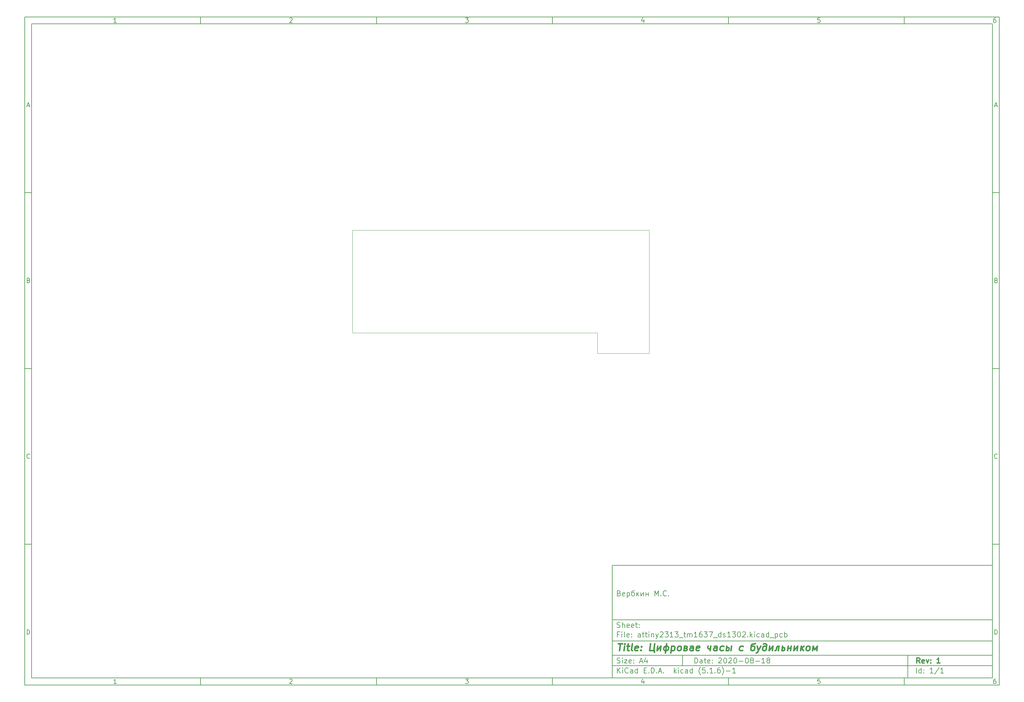
<source format=gm1>
%TF.GenerationSoftware,KiCad,Pcbnew,(5.1.6)-1*%
%TF.CreationDate,2020-08-18T16:34:13+05:00*%
%TF.ProjectId,attiny2313_tm1637_ds1302,61747469-6e79-4323-9331-335f746d3136,1*%
%TF.SameCoordinates,Original*%
%TF.FileFunction,Profile,NP*%
%FSLAX46Y46*%
G04 Gerber Fmt 4.6, Leading zero omitted, Abs format (unit mm)*
G04 Created by KiCad (PCBNEW (5.1.6)-1) date 2020-08-18 16:34:13*
%MOMM*%
%LPD*%
G01*
G04 APERTURE LIST*
%ADD10C,0.100000*%
%ADD11C,0.150000*%
%ADD12C,0.300000*%
%ADD13C,0.400000*%
%TA.AperFunction,Profile*%
%ADD14C,0.050000*%
%TD*%
%TA.AperFunction,Profile*%
%ADD15C,0.100000*%
%TD*%
G04 APERTURE END LIST*
D10*
D11*
X177002200Y-166007200D02*
X177002200Y-198007200D01*
X285002200Y-198007200D01*
X285002200Y-166007200D01*
X177002200Y-166007200D01*
D10*
D11*
X10000000Y-10000000D02*
X10000000Y-200007200D01*
X287002200Y-200007200D01*
X287002200Y-10000000D01*
X10000000Y-10000000D01*
D10*
D11*
X12000000Y-12000000D02*
X12000000Y-198007200D01*
X285002200Y-198007200D01*
X285002200Y-12000000D01*
X12000000Y-12000000D01*
D10*
D11*
X60000000Y-12000000D02*
X60000000Y-10000000D01*
D10*
D11*
X110000000Y-12000000D02*
X110000000Y-10000000D01*
D10*
D11*
X160000000Y-12000000D02*
X160000000Y-10000000D01*
D10*
D11*
X210000000Y-12000000D02*
X210000000Y-10000000D01*
D10*
D11*
X260000000Y-12000000D02*
X260000000Y-10000000D01*
D10*
D11*
X36065476Y-11588095D02*
X35322619Y-11588095D01*
X35694047Y-11588095D02*
X35694047Y-10288095D01*
X35570238Y-10473809D01*
X35446428Y-10597619D01*
X35322619Y-10659523D01*
D10*
D11*
X85322619Y-10411904D02*
X85384523Y-10350000D01*
X85508333Y-10288095D01*
X85817857Y-10288095D01*
X85941666Y-10350000D01*
X86003571Y-10411904D01*
X86065476Y-10535714D01*
X86065476Y-10659523D01*
X86003571Y-10845238D01*
X85260714Y-11588095D01*
X86065476Y-11588095D01*
D10*
D11*
X135260714Y-10288095D02*
X136065476Y-10288095D01*
X135632142Y-10783333D01*
X135817857Y-10783333D01*
X135941666Y-10845238D01*
X136003571Y-10907142D01*
X136065476Y-11030952D01*
X136065476Y-11340476D01*
X136003571Y-11464285D01*
X135941666Y-11526190D01*
X135817857Y-11588095D01*
X135446428Y-11588095D01*
X135322619Y-11526190D01*
X135260714Y-11464285D01*
D10*
D11*
X185941666Y-10721428D02*
X185941666Y-11588095D01*
X185632142Y-10226190D02*
X185322619Y-11154761D01*
X186127380Y-11154761D01*
D10*
D11*
X236003571Y-10288095D02*
X235384523Y-10288095D01*
X235322619Y-10907142D01*
X235384523Y-10845238D01*
X235508333Y-10783333D01*
X235817857Y-10783333D01*
X235941666Y-10845238D01*
X236003571Y-10907142D01*
X236065476Y-11030952D01*
X236065476Y-11340476D01*
X236003571Y-11464285D01*
X235941666Y-11526190D01*
X235817857Y-11588095D01*
X235508333Y-11588095D01*
X235384523Y-11526190D01*
X235322619Y-11464285D01*
D10*
D11*
X285941666Y-10288095D02*
X285694047Y-10288095D01*
X285570238Y-10350000D01*
X285508333Y-10411904D01*
X285384523Y-10597619D01*
X285322619Y-10845238D01*
X285322619Y-11340476D01*
X285384523Y-11464285D01*
X285446428Y-11526190D01*
X285570238Y-11588095D01*
X285817857Y-11588095D01*
X285941666Y-11526190D01*
X286003571Y-11464285D01*
X286065476Y-11340476D01*
X286065476Y-11030952D01*
X286003571Y-10907142D01*
X285941666Y-10845238D01*
X285817857Y-10783333D01*
X285570238Y-10783333D01*
X285446428Y-10845238D01*
X285384523Y-10907142D01*
X285322619Y-11030952D01*
D10*
D11*
X60000000Y-198007200D02*
X60000000Y-200007200D01*
D10*
D11*
X110000000Y-198007200D02*
X110000000Y-200007200D01*
D10*
D11*
X160000000Y-198007200D02*
X160000000Y-200007200D01*
D10*
D11*
X210000000Y-198007200D02*
X210000000Y-200007200D01*
D10*
D11*
X260000000Y-198007200D02*
X260000000Y-200007200D01*
D10*
D11*
X36065476Y-199595295D02*
X35322619Y-199595295D01*
X35694047Y-199595295D02*
X35694047Y-198295295D01*
X35570238Y-198481009D01*
X35446428Y-198604819D01*
X35322619Y-198666723D01*
D10*
D11*
X85322619Y-198419104D02*
X85384523Y-198357200D01*
X85508333Y-198295295D01*
X85817857Y-198295295D01*
X85941666Y-198357200D01*
X86003571Y-198419104D01*
X86065476Y-198542914D01*
X86065476Y-198666723D01*
X86003571Y-198852438D01*
X85260714Y-199595295D01*
X86065476Y-199595295D01*
D10*
D11*
X135260714Y-198295295D02*
X136065476Y-198295295D01*
X135632142Y-198790533D01*
X135817857Y-198790533D01*
X135941666Y-198852438D01*
X136003571Y-198914342D01*
X136065476Y-199038152D01*
X136065476Y-199347676D01*
X136003571Y-199471485D01*
X135941666Y-199533390D01*
X135817857Y-199595295D01*
X135446428Y-199595295D01*
X135322619Y-199533390D01*
X135260714Y-199471485D01*
D10*
D11*
X185941666Y-198728628D02*
X185941666Y-199595295D01*
X185632142Y-198233390D02*
X185322619Y-199161961D01*
X186127380Y-199161961D01*
D10*
D11*
X236003571Y-198295295D02*
X235384523Y-198295295D01*
X235322619Y-198914342D01*
X235384523Y-198852438D01*
X235508333Y-198790533D01*
X235817857Y-198790533D01*
X235941666Y-198852438D01*
X236003571Y-198914342D01*
X236065476Y-199038152D01*
X236065476Y-199347676D01*
X236003571Y-199471485D01*
X235941666Y-199533390D01*
X235817857Y-199595295D01*
X235508333Y-199595295D01*
X235384523Y-199533390D01*
X235322619Y-199471485D01*
D10*
D11*
X285941666Y-198295295D02*
X285694047Y-198295295D01*
X285570238Y-198357200D01*
X285508333Y-198419104D01*
X285384523Y-198604819D01*
X285322619Y-198852438D01*
X285322619Y-199347676D01*
X285384523Y-199471485D01*
X285446428Y-199533390D01*
X285570238Y-199595295D01*
X285817857Y-199595295D01*
X285941666Y-199533390D01*
X286003571Y-199471485D01*
X286065476Y-199347676D01*
X286065476Y-199038152D01*
X286003571Y-198914342D01*
X285941666Y-198852438D01*
X285817857Y-198790533D01*
X285570238Y-198790533D01*
X285446428Y-198852438D01*
X285384523Y-198914342D01*
X285322619Y-199038152D01*
D10*
D11*
X10000000Y-60000000D02*
X12000000Y-60000000D01*
D10*
D11*
X10000000Y-110000000D02*
X12000000Y-110000000D01*
D10*
D11*
X10000000Y-160000000D02*
X12000000Y-160000000D01*
D10*
D11*
X10690476Y-35216666D02*
X11309523Y-35216666D01*
X10566666Y-35588095D02*
X11000000Y-34288095D01*
X11433333Y-35588095D01*
D10*
D11*
X11092857Y-84907142D02*
X11278571Y-84969047D01*
X11340476Y-85030952D01*
X11402380Y-85154761D01*
X11402380Y-85340476D01*
X11340476Y-85464285D01*
X11278571Y-85526190D01*
X11154761Y-85588095D01*
X10659523Y-85588095D01*
X10659523Y-84288095D01*
X11092857Y-84288095D01*
X11216666Y-84350000D01*
X11278571Y-84411904D01*
X11340476Y-84535714D01*
X11340476Y-84659523D01*
X11278571Y-84783333D01*
X11216666Y-84845238D01*
X11092857Y-84907142D01*
X10659523Y-84907142D01*
D10*
D11*
X11402380Y-135464285D02*
X11340476Y-135526190D01*
X11154761Y-135588095D01*
X11030952Y-135588095D01*
X10845238Y-135526190D01*
X10721428Y-135402380D01*
X10659523Y-135278571D01*
X10597619Y-135030952D01*
X10597619Y-134845238D01*
X10659523Y-134597619D01*
X10721428Y-134473809D01*
X10845238Y-134350000D01*
X11030952Y-134288095D01*
X11154761Y-134288095D01*
X11340476Y-134350000D01*
X11402380Y-134411904D01*
D10*
D11*
X10659523Y-185588095D02*
X10659523Y-184288095D01*
X10969047Y-184288095D01*
X11154761Y-184350000D01*
X11278571Y-184473809D01*
X11340476Y-184597619D01*
X11402380Y-184845238D01*
X11402380Y-185030952D01*
X11340476Y-185278571D01*
X11278571Y-185402380D01*
X11154761Y-185526190D01*
X10969047Y-185588095D01*
X10659523Y-185588095D01*
D10*
D11*
X287002200Y-60000000D02*
X285002200Y-60000000D01*
D10*
D11*
X287002200Y-110000000D02*
X285002200Y-110000000D01*
D10*
D11*
X287002200Y-160000000D02*
X285002200Y-160000000D01*
D10*
D11*
X285692676Y-35216666D02*
X286311723Y-35216666D01*
X285568866Y-35588095D02*
X286002200Y-34288095D01*
X286435533Y-35588095D01*
D10*
D11*
X286095057Y-84907142D02*
X286280771Y-84969047D01*
X286342676Y-85030952D01*
X286404580Y-85154761D01*
X286404580Y-85340476D01*
X286342676Y-85464285D01*
X286280771Y-85526190D01*
X286156961Y-85588095D01*
X285661723Y-85588095D01*
X285661723Y-84288095D01*
X286095057Y-84288095D01*
X286218866Y-84350000D01*
X286280771Y-84411904D01*
X286342676Y-84535714D01*
X286342676Y-84659523D01*
X286280771Y-84783333D01*
X286218866Y-84845238D01*
X286095057Y-84907142D01*
X285661723Y-84907142D01*
D10*
D11*
X286404580Y-135464285D02*
X286342676Y-135526190D01*
X286156961Y-135588095D01*
X286033152Y-135588095D01*
X285847438Y-135526190D01*
X285723628Y-135402380D01*
X285661723Y-135278571D01*
X285599819Y-135030952D01*
X285599819Y-134845238D01*
X285661723Y-134597619D01*
X285723628Y-134473809D01*
X285847438Y-134350000D01*
X286033152Y-134288095D01*
X286156961Y-134288095D01*
X286342676Y-134350000D01*
X286404580Y-134411904D01*
D10*
D11*
X285661723Y-185588095D02*
X285661723Y-184288095D01*
X285971247Y-184288095D01*
X286156961Y-184350000D01*
X286280771Y-184473809D01*
X286342676Y-184597619D01*
X286404580Y-184845238D01*
X286404580Y-185030952D01*
X286342676Y-185278571D01*
X286280771Y-185402380D01*
X286156961Y-185526190D01*
X285971247Y-185588095D01*
X285661723Y-185588095D01*
D10*
D11*
X200434342Y-193785771D02*
X200434342Y-192285771D01*
X200791485Y-192285771D01*
X201005771Y-192357200D01*
X201148628Y-192500057D01*
X201220057Y-192642914D01*
X201291485Y-192928628D01*
X201291485Y-193142914D01*
X201220057Y-193428628D01*
X201148628Y-193571485D01*
X201005771Y-193714342D01*
X200791485Y-193785771D01*
X200434342Y-193785771D01*
X202577200Y-193785771D02*
X202577200Y-193000057D01*
X202505771Y-192857200D01*
X202362914Y-192785771D01*
X202077200Y-192785771D01*
X201934342Y-192857200D01*
X202577200Y-193714342D02*
X202434342Y-193785771D01*
X202077200Y-193785771D01*
X201934342Y-193714342D01*
X201862914Y-193571485D01*
X201862914Y-193428628D01*
X201934342Y-193285771D01*
X202077200Y-193214342D01*
X202434342Y-193214342D01*
X202577200Y-193142914D01*
X203077200Y-192785771D02*
X203648628Y-192785771D01*
X203291485Y-192285771D02*
X203291485Y-193571485D01*
X203362914Y-193714342D01*
X203505771Y-193785771D01*
X203648628Y-193785771D01*
X204720057Y-193714342D02*
X204577200Y-193785771D01*
X204291485Y-193785771D01*
X204148628Y-193714342D01*
X204077200Y-193571485D01*
X204077200Y-193000057D01*
X204148628Y-192857200D01*
X204291485Y-192785771D01*
X204577200Y-192785771D01*
X204720057Y-192857200D01*
X204791485Y-193000057D01*
X204791485Y-193142914D01*
X204077200Y-193285771D01*
X205434342Y-193642914D02*
X205505771Y-193714342D01*
X205434342Y-193785771D01*
X205362914Y-193714342D01*
X205434342Y-193642914D01*
X205434342Y-193785771D01*
X205434342Y-192857200D02*
X205505771Y-192928628D01*
X205434342Y-193000057D01*
X205362914Y-192928628D01*
X205434342Y-192857200D01*
X205434342Y-193000057D01*
X207220057Y-192428628D02*
X207291485Y-192357200D01*
X207434342Y-192285771D01*
X207791485Y-192285771D01*
X207934342Y-192357200D01*
X208005771Y-192428628D01*
X208077200Y-192571485D01*
X208077200Y-192714342D01*
X208005771Y-192928628D01*
X207148628Y-193785771D01*
X208077200Y-193785771D01*
X209005771Y-192285771D02*
X209148628Y-192285771D01*
X209291485Y-192357200D01*
X209362914Y-192428628D01*
X209434342Y-192571485D01*
X209505771Y-192857200D01*
X209505771Y-193214342D01*
X209434342Y-193500057D01*
X209362914Y-193642914D01*
X209291485Y-193714342D01*
X209148628Y-193785771D01*
X209005771Y-193785771D01*
X208862914Y-193714342D01*
X208791485Y-193642914D01*
X208720057Y-193500057D01*
X208648628Y-193214342D01*
X208648628Y-192857200D01*
X208720057Y-192571485D01*
X208791485Y-192428628D01*
X208862914Y-192357200D01*
X209005771Y-192285771D01*
X210077200Y-192428628D02*
X210148628Y-192357200D01*
X210291485Y-192285771D01*
X210648628Y-192285771D01*
X210791485Y-192357200D01*
X210862914Y-192428628D01*
X210934342Y-192571485D01*
X210934342Y-192714342D01*
X210862914Y-192928628D01*
X210005771Y-193785771D01*
X210934342Y-193785771D01*
X211862914Y-192285771D02*
X212005771Y-192285771D01*
X212148628Y-192357200D01*
X212220057Y-192428628D01*
X212291485Y-192571485D01*
X212362914Y-192857200D01*
X212362914Y-193214342D01*
X212291485Y-193500057D01*
X212220057Y-193642914D01*
X212148628Y-193714342D01*
X212005771Y-193785771D01*
X211862914Y-193785771D01*
X211720057Y-193714342D01*
X211648628Y-193642914D01*
X211577200Y-193500057D01*
X211505771Y-193214342D01*
X211505771Y-192857200D01*
X211577200Y-192571485D01*
X211648628Y-192428628D01*
X211720057Y-192357200D01*
X211862914Y-192285771D01*
X213005771Y-193214342D02*
X214148628Y-193214342D01*
X215148628Y-192285771D02*
X215291485Y-192285771D01*
X215434342Y-192357200D01*
X215505771Y-192428628D01*
X215577200Y-192571485D01*
X215648628Y-192857200D01*
X215648628Y-193214342D01*
X215577200Y-193500057D01*
X215505771Y-193642914D01*
X215434342Y-193714342D01*
X215291485Y-193785771D01*
X215148628Y-193785771D01*
X215005771Y-193714342D01*
X214934342Y-193642914D01*
X214862914Y-193500057D01*
X214791485Y-193214342D01*
X214791485Y-192857200D01*
X214862914Y-192571485D01*
X214934342Y-192428628D01*
X215005771Y-192357200D01*
X215148628Y-192285771D01*
X216505771Y-192928628D02*
X216362914Y-192857200D01*
X216291485Y-192785771D01*
X216220057Y-192642914D01*
X216220057Y-192571485D01*
X216291485Y-192428628D01*
X216362914Y-192357200D01*
X216505771Y-192285771D01*
X216791485Y-192285771D01*
X216934342Y-192357200D01*
X217005771Y-192428628D01*
X217077200Y-192571485D01*
X217077200Y-192642914D01*
X217005771Y-192785771D01*
X216934342Y-192857200D01*
X216791485Y-192928628D01*
X216505771Y-192928628D01*
X216362914Y-193000057D01*
X216291485Y-193071485D01*
X216220057Y-193214342D01*
X216220057Y-193500057D01*
X216291485Y-193642914D01*
X216362914Y-193714342D01*
X216505771Y-193785771D01*
X216791485Y-193785771D01*
X216934342Y-193714342D01*
X217005771Y-193642914D01*
X217077200Y-193500057D01*
X217077200Y-193214342D01*
X217005771Y-193071485D01*
X216934342Y-193000057D01*
X216791485Y-192928628D01*
X217720057Y-193214342D02*
X218862914Y-193214342D01*
X220362914Y-193785771D02*
X219505771Y-193785771D01*
X219934342Y-193785771D02*
X219934342Y-192285771D01*
X219791485Y-192500057D01*
X219648628Y-192642914D01*
X219505771Y-192714342D01*
X221220057Y-192928628D02*
X221077200Y-192857200D01*
X221005771Y-192785771D01*
X220934342Y-192642914D01*
X220934342Y-192571485D01*
X221005771Y-192428628D01*
X221077200Y-192357200D01*
X221220057Y-192285771D01*
X221505771Y-192285771D01*
X221648628Y-192357200D01*
X221720057Y-192428628D01*
X221791485Y-192571485D01*
X221791485Y-192642914D01*
X221720057Y-192785771D01*
X221648628Y-192857200D01*
X221505771Y-192928628D01*
X221220057Y-192928628D01*
X221077200Y-193000057D01*
X221005771Y-193071485D01*
X220934342Y-193214342D01*
X220934342Y-193500057D01*
X221005771Y-193642914D01*
X221077200Y-193714342D01*
X221220057Y-193785771D01*
X221505771Y-193785771D01*
X221648628Y-193714342D01*
X221720057Y-193642914D01*
X221791485Y-193500057D01*
X221791485Y-193214342D01*
X221720057Y-193071485D01*
X221648628Y-193000057D01*
X221505771Y-192928628D01*
D10*
D11*
X177002200Y-194507200D02*
X285002200Y-194507200D01*
D10*
D11*
X178434342Y-196585771D02*
X178434342Y-195085771D01*
X179291485Y-196585771D02*
X178648628Y-195728628D01*
X179291485Y-195085771D02*
X178434342Y-195942914D01*
X179934342Y-196585771D02*
X179934342Y-195585771D01*
X179934342Y-195085771D02*
X179862914Y-195157200D01*
X179934342Y-195228628D01*
X180005771Y-195157200D01*
X179934342Y-195085771D01*
X179934342Y-195228628D01*
X181505771Y-196442914D02*
X181434342Y-196514342D01*
X181220057Y-196585771D01*
X181077200Y-196585771D01*
X180862914Y-196514342D01*
X180720057Y-196371485D01*
X180648628Y-196228628D01*
X180577200Y-195942914D01*
X180577200Y-195728628D01*
X180648628Y-195442914D01*
X180720057Y-195300057D01*
X180862914Y-195157200D01*
X181077200Y-195085771D01*
X181220057Y-195085771D01*
X181434342Y-195157200D01*
X181505771Y-195228628D01*
X182791485Y-196585771D02*
X182791485Y-195800057D01*
X182720057Y-195657200D01*
X182577200Y-195585771D01*
X182291485Y-195585771D01*
X182148628Y-195657200D01*
X182791485Y-196514342D02*
X182648628Y-196585771D01*
X182291485Y-196585771D01*
X182148628Y-196514342D01*
X182077200Y-196371485D01*
X182077200Y-196228628D01*
X182148628Y-196085771D01*
X182291485Y-196014342D01*
X182648628Y-196014342D01*
X182791485Y-195942914D01*
X184148628Y-196585771D02*
X184148628Y-195085771D01*
X184148628Y-196514342D02*
X184005771Y-196585771D01*
X183720057Y-196585771D01*
X183577200Y-196514342D01*
X183505771Y-196442914D01*
X183434342Y-196300057D01*
X183434342Y-195871485D01*
X183505771Y-195728628D01*
X183577200Y-195657200D01*
X183720057Y-195585771D01*
X184005771Y-195585771D01*
X184148628Y-195657200D01*
X186005771Y-195800057D02*
X186505771Y-195800057D01*
X186720057Y-196585771D02*
X186005771Y-196585771D01*
X186005771Y-195085771D01*
X186720057Y-195085771D01*
X187362914Y-196442914D02*
X187434342Y-196514342D01*
X187362914Y-196585771D01*
X187291485Y-196514342D01*
X187362914Y-196442914D01*
X187362914Y-196585771D01*
X188077200Y-196585771D02*
X188077200Y-195085771D01*
X188434342Y-195085771D01*
X188648628Y-195157200D01*
X188791485Y-195300057D01*
X188862914Y-195442914D01*
X188934342Y-195728628D01*
X188934342Y-195942914D01*
X188862914Y-196228628D01*
X188791485Y-196371485D01*
X188648628Y-196514342D01*
X188434342Y-196585771D01*
X188077200Y-196585771D01*
X189577200Y-196442914D02*
X189648628Y-196514342D01*
X189577200Y-196585771D01*
X189505771Y-196514342D01*
X189577200Y-196442914D01*
X189577200Y-196585771D01*
X190220057Y-196157200D02*
X190934342Y-196157200D01*
X190077200Y-196585771D02*
X190577200Y-195085771D01*
X191077200Y-196585771D01*
X191577200Y-196442914D02*
X191648628Y-196514342D01*
X191577200Y-196585771D01*
X191505771Y-196514342D01*
X191577200Y-196442914D01*
X191577200Y-196585771D01*
X194577200Y-196585771D02*
X194577200Y-195085771D01*
X194720057Y-196014342D02*
X195148628Y-196585771D01*
X195148628Y-195585771D02*
X194577200Y-196157200D01*
X195791485Y-196585771D02*
X195791485Y-195585771D01*
X195791485Y-195085771D02*
X195720057Y-195157200D01*
X195791485Y-195228628D01*
X195862914Y-195157200D01*
X195791485Y-195085771D01*
X195791485Y-195228628D01*
X197148628Y-196514342D02*
X197005771Y-196585771D01*
X196720057Y-196585771D01*
X196577200Y-196514342D01*
X196505771Y-196442914D01*
X196434342Y-196300057D01*
X196434342Y-195871485D01*
X196505771Y-195728628D01*
X196577200Y-195657200D01*
X196720057Y-195585771D01*
X197005771Y-195585771D01*
X197148628Y-195657200D01*
X198434342Y-196585771D02*
X198434342Y-195800057D01*
X198362914Y-195657200D01*
X198220057Y-195585771D01*
X197934342Y-195585771D01*
X197791485Y-195657200D01*
X198434342Y-196514342D02*
X198291485Y-196585771D01*
X197934342Y-196585771D01*
X197791485Y-196514342D01*
X197720057Y-196371485D01*
X197720057Y-196228628D01*
X197791485Y-196085771D01*
X197934342Y-196014342D01*
X198291485Y-196014342D01*
X198434342Y-195942914D01*
X199791485Y-196585771D02*
X199791485Y-195085771D01*
X199791485Y-196514342D02*
X199648628Y-196585771D01*
X199362914Y-196585771D01*
X199220057Y-196514342D01*
X199148628Y-196442914D01*
X199077200Y-196300057D01*
X199077200Y-195871485D01*
X199148628Y-195728628D01*
X199220057Y-195657200D01*
X199362914Y-195585771D01*
X199648628Y-195585771D01*
X199791485Y-195657200D01*
X202077200Y-197157200D02*
X202005771Y-197085771D01*
X201862914Y-196871485D01*
X201791485Y-196728628D01*
X201720057Y-196514342D01*
X201648628Y-196157200D01*
X201648628Y-195871485D01*
X201720057Y-195514342D01*
X201791485Y-195300057D01*
X201862914Y-195157200D01*
X202005771Y-194942914D01*
X202077200Y-194871485D01*
X203362914Y-195085771D02*
X202648628Y-195085771D01*
X202577200Y-195800057D01*
X202648628Y-195728628D01*
X202791485Y-195657200D01*
X203148628Y-195657200D01*
X203291485Y-195728628D01*
X203362914Y-195800057D01*
X203434342Y-195942914D01*
X203434342Y-196300057D01*
X203362914Y-196442914D01*
X203291485Y-196514342D01*
X203148628Y-196585771D01*
X202791485Y-196585771D01*
X202648628Y-196514342D01*
X202577200Y-196442914D01*
X204077200Y-196442914D02*
X204148628Y-196514342D01*
X204077200Y-196585771D01*
X204005771Y-196514342D01*
X204077200Y-196442914D01*
X204077200Y-196585771D01*
X205577200Y-196585771D02*
X204720057Y-196585771D01*
X205148628Y-196585771D02*
X205148628Y-195085771D01*
X205005771Y-195300057D01*
X204862914Y-195442914D01*
X204720057Y-195514342D01*
X206220057Y-196442914D02*
X206291485Y-196514342D01*
X206220057Y-196585771D01*
X206148628Y-196514342D01*
X206220057Y-196442914D01*
X206220057Y-196585771D01*
X207577200Y-195085771D02*
X207291485Y-195085771D01*
X207148628Y-195157200D01*
X207077200Y-195228628D01*
X206934342Y-195442914D01*
X206862914Y-195728628D01*
X206862914Y-196300057D01*
X206934342Y-196442914D01*
X207005771Y-196514342D01*
X207148628Y-196585771D01*
X207434342Y-196585771D01*
X207577200Y-196514342D01*
X207648628Y-196442914D01*
X207720057Y-196300057D01*
X207720057Y-195942914D01*
X207648628Y-195800057D01*
X207577200Y-195728628D01*
X207434342Y-195657200D01*
X207148628Y-195657200D01*
X207005771Y-195728628D01*
X206934342Y-195800057D01*
X206862914Y-195942914D01*
X208220057Y-197157200D02*
X208291485Y-197085771D01*
X208434342Y-196871485D01*
X208505771Y-196728628D01*
X208577200Y-196514342D01*
X208648628Y-196157200D01*
X208648628Y-195871485D01*
X208577200Y-195514342D01*
X208505771Y-195300057D01*
X208434342Y-195157200D01*
X208291485Y-194942914D01*
X208220057Y-194871485D01*
X209362914Y-196014342D02*
X210505771Y-196014342D01*
X212005771Y-196585771D02*
X211148628Y-196585771D01*
X211577200Y-196585771D02*
X211577200Y-195085771D01*
X211434342Y-195300057D01*
X211291485Y-195442914D01*
X211148628Y-195514342D01*
D10*
D11*
X177002200Y-191507200D02*
X285002200Y-191507200D01*
D10*
D12*
X264411485Y-193785771D02*
X263911485Y-193071485D01*
X263554342Y-193785771D02*
X263554342Y-192285771D01*
X264125771Y-192285771D01*
X264268628Y-192357200D01*
X264340057Y-192428628D01*
X264411485Y-192571485D01*
X264411485Y-192785771D01*
X264340057Y-192928628D01*
X264268628Y-193000057D01*
X264125771Y-193071485D01*
X263554342Y-193071485D01*
X265625771Y-193714342D02*
X265482914Y-193785771D01*
X265197200Y-193785771D01*
X265054342Y-193714342D01*
X264982914Y-193571485D01*
X264982914Y-193000057D01*
X265054342Y-192857200D01*
X265197200Y-192785771D01*
X265482914Y-192785771D01*
X265625771Y-192857200D01*
X265697200Y-193000057D01*
X265697200Y-193142914D01*
X264982914Y-193285771D01*
X266197200Y-192785771D02*
X266554342Y-193785771D01*
X266911485Y-192785771D01*
X267482914Y-193642914D02*
X267554342Y-193714342D01*
X267482914Y-193785771D01*
X267411485Y-193714342D01*
X267482914Y-193642914D01*
X267482914Y-193785771D01*
X267482914Y-192857200D02*
X267554342Y-192928628D01*
X267482914Y-193000057D01*
X267411485Y-192928628D01*
X267482914Y-192857200D01*
X267482914Y-193000057D01*
X270125771Y-193785771D02*
X269268628Y-193785771D01*
X269697200Y-193785771D02*
X269697200Y-192285771D01*
X269554342Y-192500057D01*
X269411485Y-192642914D01*
X269268628Y-192714342D01*
D10*
D11*
X178362914Y-193714342D02*
X178577200Y-193785771D01*
X178934342Y-193785771D01*
X179077200Y-193714342D01*
X179148628Y-193642914D01*
X179220057Y-193500057D01*
X179220057Y-193357200D01*
X179148628Y-193214342D01*
X179077200Y-193142914D01*
X178934342Y-193071485D01*
X178648628Y-193000057D01*
X178505771Y-192928628D01*
X178434342Y-192857200D01*
X178362914Y-192714342D01*
X178362914Y-192571485D01*
X178434342Y-192428628D01*
X178505771Y-192357200D01*
X178648628Y-192285771D01*
X179005771Y-192285771D01*
X179220057Y-192357200D01*
X179862914Y-193785771D02*
X179862914Y-192785771D01*
X179862914Y-192285771D02*
X179791485Y-192357200D01*
X179862914Y-192428628D01*
X179934342Y-192357200D01*
X179862914Y-192285771D01*
X179862914Y-192428628D01*
X180434342Y-192785771D02*
X181220057Y-192785771D01*
X180434342Y-193785771D01*
X181220057Y-193785771D01*
X182362914Y-193714342D02*
X182220057Y-193785771D01*
X181934342Y-193785771D01*
X181791485Y-193714342D01*
X181720057Y-193571485D01*
X181720057Y-193000057D01*
X181791485Y-192857200D01*
X181934342Y-192785771D01*
X182220057Y-192785771D01*
X182362914Y-192857200D01*
X182434342Y-193000057D01*
X182434342Y-193142914D01*
X181720057Y-193285771D01*
X183077200Y-193642914D02*
X183148628Y-193714342D01*
X183077200Y-193785771D01*
X183005771Y-193714342D01*
X183077200Y-193642914D01*
X183077200Y-193785771D01*
X183077200Y-192857200D02*
X183148628Y-192928628D01*
X183077200Y-193000057D01*
X183005771Y-192928628D01*
X183077200Y-192857200D01*
X183077200Y-193000057D01*
X184862914Y-193357200D02*
X185577200Y-193357200D01*
X184720057Y-193785771D02*
X185220057Y-192285771D01*
X185720057Y-193785771D01*
X186862914Y-192785771D02*
X186862914Y-193785771D01*
X186505771Y-192214342D02*
X186148628Y-193285771D01*
X187077200Y-193285771D01*
D10*
D11*
X263434342Y-196585771D02*
X263434342Y-195085771D01*
X264791485Y-196585771D02*
X264791485Y-195085771D01*
X264791485Y-196514342D02*
X264648628Y-196585771D01*
X264362914Y-196585771D01*
X264220057Y-196514342D01*
X264148628Y-196442914D01*
X264077200Y-196300057D01*
X264077200Y-195871485D01*
X264148628Y-195728628D01*
X264220057Y-195657200D01*
X264362914Y-195585771D01*
X264648628Y-195585771D01*
X264791485Y-195657200D01*
X265505771Y-196442914D02*
X265577200Y-196514342D01*
X265505771Y-196585771D01*
X265434342Y-196514342D01*
X265505771Y-196442914D01*
X265505771Y-196585771D01*
X265505771Y-195657200D02*
X265577200Y-195728628D01*
X265505771Y-195800057D01*
X265434342Y-195728628D01*
X265505771Y-195657200D01*
X265505771Y-195800057D01*
X268148628Y-196585771D02*
X267291485Y-196585771D01*
X267720057Y-196585771D02*
X267720057Y-195085771D01*
X267577200Y-195300057D01*
X267434342Y-195442914D01*
X267291485Y-195514342D01*
X269862914Y-195014342D02*
X268577200Y-196942914D01*
X271148628Y-196585771D02*
X270291485Y-196585771D01*
X270720057Y-196585771D02*
X270720057Y-195085771D01*
X270577200Y-195300057D01*
X270434342Y-195442914D01*
X270291485Y-195514342D01*
D10*
D11*
X177002200Y-187507200D02*
X285002200Y-187507200D01*
D10*
D13*
X178714580Y-188211961D02*
X179857438Y-188211961D01*
X179036009Y-190211961D02*
X179286009Y-188211961D01*
X180274104Y-190211961D02*
X180440771Y-188878628D01*
X180524104Y-188211961D02*
X180416961Y-188307200D01*
X180500295Y-188402438D01*
X180607438Y-188307200D01*
X180524104Y-188211961D01*
X180500295Y-188402438D01*
X181107438Y-188878628D02*
X181869342Y-188878628D01*
X181476485Y-188211961D02*
X181262200Y-189926247D01*
X181333628Y-190116723D01*
X181512200Y-190211961D01*
X181702676Y-190211961D01*
X182655057Y-190211961D02*
X182476485Y-190116723D01*
X182405057Y-189926247D01*
X182619342Y-188211961D01*
X184190771Y-190116723D02*
X183988390Y-190211961D01*
X183607438Y-190211961D01*
X183428866Y-190116723D01*
X183357438Y-189926247D01*
X183452676Y-189164342D01*
X183571723Y-188973866D01*
X183774104Y-188878628D01*
X184155057Y-188878628D01*
X184333628Y-188973866D01*
X184405057Y-189164342D01*
X184381247Y-189354819D01*
X183405057Y-189545295D01*
X185155057Y-190021485D02*
X185238390Y-190116723D01*
X185131247Y-190211961D01*
X185047914Y-190116723D01*
X185155057Y-190021485D01*
X185131247Y-190211961D01*
X185286009Y-188973866D02*
X185369342Y-189069104D01*
X185262200Y-189164342D01*
X185178866Y-189069104D01*
X185286009Y-188973866D01*
X185262200Y-189164342D01*
X189000295Y-188211961D02*
X188750295Y-190211961D01*
X187857438Y-188211961D02*
X187607438Y-190211961D01*
X188940771Y-190211961D01*
X188881247Y-190688152D01*
X189869342Y-188878628D02*
X189702676Y-190211961D01*
X190821723Y-188878628D01*
X190655057Y-190211961D01*
X192428866Y-188211961D02*
X192095533Y-190878628D01*
X192155057Y-188878628D02*
X192536009Y-188878628D01*
X192714580Y-188973866D01*
X192881247Y-189164342D01*
X192952676Y-189354819D01*
X192905057Y-189735771D01*
X192786009Y-189926247D01*
X192571723Y-190116723D01*
X192369342Y-190211961D01*
X191988390Y-190211961D01*
X191809819Y-190116723D01*
X191643152Y-189926247D01*
X191571723Y-189735771D01*
X191619342Y-189354819D01*
X191738390Y-189164342D01*
X191952676Y-188973866D01*
X192155057Y-188878628D01*
X193869342Y-188878628D02*
X193619342Y-190878628D01*
X193857438Y-188973866D02*
X194059819Y-188878628D01*
X194440771Y-188878628D01*
X194619342Y-188973866D01*
X194702676Y-189069104D01*
X194774104Y-189259580D01*
X194702676Y-189831009D01*
X194583628Y-190021485D01*
X194476485Y-190116723D01*
X194274104Y-190211961D01*
X193893152Y-190211961D01*
X193714580Y-190116723D01*
X195797914Y-190211961D02*
X195619342Y-190116723D01*
X195536009Y-190021485D01*
X195464580Y-189831009D01*
X195536009Y-189259580D01*
X195655057Y-189069104D01*
X195762200Y-188973866D01*
X195964580Y-188878628D01*
X196250295Y-188878628D01*
X196428866Y-188973866D01*
X196512200Y-189069104D01*
X196583628Y-189259580D01*
X196512200Y-189831009D01*
X196393152Y-190021485D01*
X196286009Y-190116723D01*
X196083628Y-190211961D01*
X195797914Y-190211961D01*
X197881247Y-189545295D02*
X198155057Y-189640533D01*
X198226485Y-189831009D01*
X198214580Y-189926247D01*
X198095533Y-190116723D01*
X197893152Y-190211961D01*
X197321723Y-190211961D01*
X197488390Y-188878628D01*
X197964580Y-188878628D01*
X198143152Y-188973866D01*
X198214580Y-189164342D01*
X198202676Y-189259580D01*
X198083628Y-189450057D01*
X197881247Y-189545295D01*
X197405057Y-189545295D01*
X199893152Y-190211961D02*
X200024104Y-189164342D01*
X199952676Y-188973866D01*
X199774104Y-188878628D01*
X199393152Y-188878628D01*
X199190771Y-188973866D01*
X199905057Y-190116723D02*
X199702676Y-190211961D01*
X199226485Y-190211961D01*
X199047914Y-190116723D01*
X198976485Y-189926247D01*
X199000295Y-189735771D01*
X199119342Y-189545295D01*
X199321723Y-189450057D01*
X199797914Y-189450057D01*
X200000295Y-189354819D01*
X201619342Y-190116723D02*
X201416961Y-190211961D01*
X201036009Y-190211961D01*
X200857438Y-190116723D01*
X200786009Y-189926247D01*
X200881247Y-189164342D01*
X201000295Y-188973866D01*
X201202676Y-188878628D01*
X201583628Y-188878628D01*
X201762200Y-188973866D01*
X201833628Y-189164342D01*
X201809819Y-189354819D01*
X200833628Y-189545295D01*
X204916961Y-188878628D02*
X204750295Y-190211961D01*
X204155057Y-188878628D02*
X204095533Y-189354819D01*
X204166961Y-189545295D01*
X204345533Y-189640533D01*
X204821723Y-189640533D01*
X206655057Y-190211961D02*
X206786009Y-189164342D01*
X206714580Y-188973866D01*
X206536009Y-188878628D01*
X206155057Y-188878628D01*
X205952676Y-188973866D01*
X206666961Y-190116723D02*
X206464580Y-190211961D01*
X205988390Y-190211961D01*
X205809819Y-190116723D01*
X205738390Y-189926247D01*
X205762200Y-189735771D01*
X205881247Y-189545295D01*
X206083628Y-189450057D01*
X206559819Y-189450057D01*
X206762200Y-189354819D01*
X208476485Y-190116723D02*
X208274104Y-190211961D01*
X207893152Y-190211961D01*
X207714580Y-190116723D01*
X207631247Y-190021485D01*
X207559819Y-189831009D01*
X207631247Y-189259580D01*
X207750295Y-189069104D01*
X207857438Y-188973866D01*
X208059819Y-188878628D01*
X208440771Y-188878628D01*
X208619342Y-188973866D01*
X210821723Y-188878628D02*
X210655057Y-190211961D01*
X209488390Y-188878628D02*
X209321723Y-190211961D01*
X209797914Y-190211961D01*
X210000295Y-190116723D01*
X210119342Y-189926247D01*
X210155057Y-189640533D01*
X210083628Y-189450057D01*
X209905057Y-189354819D01*
X209428866Y-189354819D01*
X214000295Y-190116723D02*
X213797914Y-190211961D01*
X213416961Y-190211961D01*
X213238390Y-190116723D01*
X213155057Y-190021485D01*
X213083628Y-189831009D01*
X213155057Y-189259580D01*
X213274104Y-189069104D01*
X213381247Y-188973866D01*
X213583628Y-188878628D01*
X213964580Y-188878628D01*
X214143152Y-188973866D01*
X217583628Y-188116723D02*
X217476485Y-188211961D01*
X217274104Y-188307200D01*
X216893152Y-188307200D01*
X216690771Y-188402438D01*
X216583628Y-188497676D01*
X216464580Y-188688152D01*
X216321723Y-189831009D01*
X216393152Y-190021485D01*
X216476485Y-190116723D01*
X216655057Y-190211961D01*
X216940771Y-190211961D01*
X217143152Y-190116723D01*
X217250295Y-190021485D01*
X217369342Y-189831009D01*
X217440771Y-189259580D01*
X217369342Y-189069104D01*
X217286009Y-188973866D01*
X217107438Y-188878628D01*
X216726485Y-188878628D01*
X216524104Y-188973866D01*
X216416961Y-189069104D01*
X218155057Y-188878628D02*
X218464580Y-190211961D01*
X219107438Y-188878628D02*
X218464580Y-190211961D01*
X218214580Y-190688152D01*
X218107438Y-190783390D01*
X217905057Y-190878628D01*
X220797914Y-189069104D02*
X220714580Y-188973866D01*
X220536009Y-188878628D01*
X220155057Y-188878628D01*
X219952676Y-188973866D01*
X219845533Y-189069104D01*
X219726485Y-189259580D01*
X219655057Y-189831009D01*
X219726485Y-190021485D01*
X219809819Y-190116723D01*
X219988390Y-190211961D01*
X220274104Y-190211961D01*
X220476485Y-190116723D01*
X220583628Y-190021485D01*
X220702676Y-189831009D01*
X220857438Y-188592914D01*
X220786009Y-188402438D01*
X220702676Y-188307200D01*
X220524104Y-188211961D01*
X220143152Y-188211961D01*
X219940771Y-188307200D01*
X221678866Y-188878628D02*
X221512200Y-190211961D01*
X222631247Y-188878628D01*
X222464580Y-190211961D01*
X224178866Y-190211961D02*
X224345533Y-188878628D01*
X224059819Y-188878628D01*
X223857438Y-188973866D01*
X223738390Y-189164342D01*
X223547914Y-189926247D01*
X223428866Y-190116723D01*
X223226485Y-190211961D01*
X225297914Y-188878628D02*
X225131247Y-190211961D01*
X225607438Y-190211961D01*
X225809819Y-190116723D01*
X225928866Y-189926247D01*
X225964580Y-189640533D01*
X225893152Y-189450057D01*
X225714580Y-189354819D01*
X225238390Y-189354819D01*
X226833628Y-189545295D02*
X227690771Y-189545295D01*
X226916961Y-188878628D02*
X226750295Y-190211961D01*
X227774104Y-188878628D02*
X227607438Y-190211961D01*
X228726485Y-188878628D02*
X228559819Y-190211961D01*
X229678866Y-188878628D01*
X229512199Y-190211961D01*
X230631247Y-188878628D02*
X230464580Y-190211961D01*
X230750295Y-189450057D02*
X231226485Y-190211961D01*
X231393152Y-188878628D02*
X230536009Y-189640533D01*
X232369342Y-190211961D02*
X232190771Y-190116723D01*
X232107438Y-190021485D01*
X232036009Y-189831009D01*
X232107438Y-189259580D01*
X232226485Y-189069104D01*
X232333628Y-188973866D01*
X232536009Y-188878628D01*
X232821723Y-188878628D01*
X233000295Y-188973866D01*
X233083628Y-189069104D01*
X233155057Y-189259580D01*
X233083628Y-189831009D01*
X232964580Y-190021485D01*
X232857438Y-190116723D01*
X232655057Y-190211961D01*
X232369342Y-190211961D01*
X233893152Y-190211961D02*
X234059819Y-188878628D01*
X234500295Y-189926247D01*
X235202676Y-188878628D01*
X235036009Y-190211961D01*
D10*
D11*
X178934342Y-185600057D02*
X178434342Y-185600057D01*
X178434342Y-186385771D02*
X178434342Y-184885771D01*
X179148628Y-184885771D01*
X179720057Y-186385771D02*
X179720057Y-185385771D01*
X179720057Y-184885771D02*
X179648628Y-184957200D01*
X179720057Y-185028628D01*
X179791485Y-184957200D01*
X179720057Y-184885771D01*
X179720057Y-185028628D01*
X180648628Y-186385771D02*
X180505771Y-186314342D01*
X180434342Y-186171485D01*
X180434342Y-184885771D01*
X181791485Y-186314342D02*
X181648628Y-186385771D01*
X181362914Y-186385771D01*
X181220057Y-186314342D01*
X181148628Y-186171485D01*
X181148628Y-185600057D01*
X181220057Y-185457200D01*
X181362914Y-185385771D01*
X181648628Y-185385771D01*
X181791485Y-185457200D01*
X181862914Y-185600057D01*
X181862914Y-185742914D01*
X181148628Y-185885771D01*
X182505771Y-186242914D02*
X182577200Y-186314342D01*
X182505771Y-186385771D01*
X182434342Y-186314342D01*
X182505771Y-186242914D01*
X182505771Y-186385771D01*
X182505771Y-185457200D02*
X182577200Y-185528628D01*
X182505771Y-185600057D01*
X182434342Y-185528628D01*
X182505771Y-185457200D01*
X182505771Y-185600057D01*
X185005771Y-186385771D02*
X185005771Y-185600057D01*
X184934342Y-185457200D01*
X184791485Y-185385771D01*
X184505771Y-185385771D01*
X184362914Y-185457200D01*
X185005771Y-186314342D02*
X184862914Y-186385771D01*
X184505771Y-186385771D01*
X184362914Y-186314342D01*
X184291485Y-186171485D01*
X184291485Y-186028628D01*
X184362914Y-185885771D01*
X184505771Y-185814342D01*
X184862914Y-185814342D01*
X185005771Y-185742914D01*
X185505771Y-185385771D02*
X186077200Y-185385771D01*
X185720057Y-184885771D02*
X185720057Y-186171485D01*
X185791485Y-186314342D01*
X185934342Y-186385771D01*
X186077200Y-186385771D01*
X186362914Y-185385771D02*
X186934342Y-185385771D01*
X186577200Y-184885771D02*
X186577200Y-186171485D01*
X186648628Y-186314342D01*
X186791485Y-186385771D01*
X186934342Y-186385771D01*
X187434342Y-186385771D02*
X187434342Y-185385771D01*
X187434342Y-184885771D02*
X187362914Y-184957200D01*
X187434342Y-185028628D01*
X187505771Y-184957200D01*
X187434342Y-184885771D01*
X187434342Y-185028628D01*
X188148628Y-185385771D02*
X188148628Y-186385771D01*
X188148628Y-185528628D02*
X188220057Y-185457200D01*
X188362914Y-185385771D01*
X188577200Y-185385771D01*
X188720057Y-185457200D01*
X188791485Y-185600057D01*
X188791485Y-186385771D01*
X189362914Y-185385771D02*
X189720057Y-186385771D01*
X190077200Y-185385771D02*
X189720057Y-186385771D01*
X189577200Y-186742914D01*
X189505771Y-186814342D01*
X189362914Y-186885771D01*
X190577200Y-185028628D02*
X190648628Y-184957200D01*
X190791485Y-184885771D01*
X191148628Y-184885771D01*
X191291485Y-184957200D01*
X191362914Y-185028628D01*
X191434342Y-185171485D01*
X191434342Y-185314342D01*
X191362914Y-185528628D01*
X190505771Y-186385771D01*
X191434342Y-186385771D01*
X191934342Y-184885771D02*
X192862914Y-184885771D01*
X192362914Y-185457200D01*
X192577200Y-185457200D01*
X192720057Y-185528628D01*
X192791485Y-185600057D01*
X192862914Y-185742914D01*
X192862914Y-186100057D01*
X192791485Y-186242914D01*
X192720057Y-186314342D01*
X192577200Y-186385771D01*
X192148628Y-186385771D01*
X192005771Y-186314342D01*
X191934342Y-186242914D01*
X194291485Y-186385771D02*
X193434342Y-186385771D01*
X193862914Y-186385771D02*
X193862914Y-184885771D01*
X193720057Y-185100057D01*
X193577200Y-185242914D01*
X193434342Y-185314342D01*
X194791485Y-184885771D02*
X195720057Y-184885771D01*
X195220057Y-185457200D01*
X195434342Y-185457200D01*
X195577200Y-185528628D01*
X195648628Y-185600057D01*
X195720057Y-185742914D01*
X195720057Y-186100057D01*
X195648628Y-186242914D01*
X195577200Y-186314342D01*
X195434342Y-186385771D01*
X195005771Y-186385771D01*
X194862914Y-186314342D01*
X194791485Y-186242914D01*
X196005771Y-186528628D02*
X197148628Y-186528628D01*
X197291485Y-185385771D02*
X197862914Y-185385771D01*
X197505771Y-184885771D02*
X197505771Y-186171485D01*
X197577200Y-186314342D01*
X197720057Y-186385771D01*
X197862914Y-186385771D01*
X198362914Y-186385771D02*
X198362914Y-185385771D01*
X198362914Y-185528628D02*
X198434342Y-185457200D01*
X198577200Y-185385771D01*
X198791485Y-185385771D01*
X198934342Y-185457200D01*
X199005771Y-185600057D01*
X199005771Y-186385771D01*
X199005771Y-185600057D02*
X199077200Y-185457200D01*
X199220057Y-185385771D01*
X199434342Y-185385771D01*
X199577200Y-185457200D01*
X199648628Y-185600057D01*
X199648628Y-186385771D01*
X201148628Y-186385771D02*
X200291485Y-186385771D01*
X200720057Y-186385771D02*
X200720057Y-184885771D01*
X200577200Y-185100057D01*
X200434342Y-185242914D01*
X200291485Y-185314342D01*
X202434342Y-184885771D02*
X202148628Y-184885771D01*
X202005771Y-184957200D01*
X201934342Y-185028628D01*
X201791485Y-185242914D01*
X201720057Y-185528628D01*
X201720057Y-186100057D01*
X201791485Y-186242914D01*
X201862914Y-186314342D01*
X202005771Y-186385771D01*
X202291485Y-186385771D01*
X202434342Y-186314342D01*
X202505771Y-186242914D01*
X202577200Y-186100057D01*
X202577200Y-185742914D01*
X202505771Y-185600057D01*
X202434342Y-185528628D01*
X202291485Y-185457200D01*
X202005771Y-185457200D01*
X201862914Y-185528628D01*
X201791485Y-185600057D01*
X201720057Y-185742914D01*
X203077200Y-184885771D02*
X204005771Y-184885771D01*
X203505771Y-185457200D01*
X203720057Y-185457200D01*
X203862914Y-185528628D01*
X203934342Y-185600057D01*
X204005771Y-185742914D01*
X204005771Y-186100057D01*
X203934342Y-186242914D01*
X203862914Y-186314342D01*
X203720057Y-186385771D01*
X203291485Y-186385771D01*
X203148628Y-186314342D01*
X203077200Y-186242914D01*
X204505771Y-184885771D02*
X205505771Y-184885771D01*
X204862914Y-186385771D01*
X205720057Y-186528628D02*
X206862914Y-186528628D01*
X207862914Y-186385771D02*
X207862914Y-184885771D01*
X207862914Y-186314342D02*
X207720057Y-186385771D01*
X207434342Y-186385771D01*
X207291485Y-186314342D01*
X207220057Y-186242914D01*
X207148628Y-186100057D01*
X207148628Y-185671485D01*
X207220057Y-185528628D01*
X207291485Y-185457200D01*
X207434342Y-185385771D01*
X207720057Y-185385771D01*
X207862914Y-185457200D01*
X208505771Y-186314342D02*
X208648628Y-186385771D01*
X208934342Y-186385771D01*
X209077200Y-186314342D01*
X209148628Y-186171485D01*
X209148628Y-186100057D01*
X209077200Y-185957200D01*
X208934342Y-185885771D01*
X208720057Y-185885771D01*
X208577200Y-185814342D01*
X208505771Y-185671485D01*
X208505771Y-185600057D01*
X208577200Y-185457200D01*
X208720057Y-185385771D01*
X208934342Y-185385771D01*
X209077200Y-185457200D01*
X210577200Y-186385771D02*
X209720057Y-186385771D01*
X210148628Y-186385771D02*
X210148628Y-184885771D01*
X210005771Y-185100057D01*
X209862914Y-185242914D01*
X209720057Y-185314342D01*
X211077200Y-184885771D02*
X212005771Y-184885771D01*
X211505771Y-185457200D01*
X211720057Y-185457200D01*
X211862914Y-185528628D01*
X211934342Y-185600057D01*
X212005771Y-185742914D01*
X212005771Y-186100057D01*
X211934342Y-186242914D01*
X211862914Y-186314342D01*
X211720057Y-186385771D01*
X211291485Y-186385771D01*
X211148628Y-186314342D01*
X211077200Y-186242914D01*
X212934342Y-184885771D02*
X213077200Y-184885771D01*
X213220057Y-184957200D01*
X213291485Y-185028628D01*
X213362914Y-185171485D01*
X213434342Y-185457200D01*
X213434342Y-185814342D01*
X213362914Y-186100057D01*
X213291485Y-186242914D01*
X213220057Y-186314342D01*
X213077200Y-186385771D01*
X212934342Y-186385771D01*
X212791485Y-186314342D01*
X212720057Y-186242914D01*
X212648628Y-186100057D01*
X212577200Y-185814342D01*
X212577200Y-185457200D01*
X212648628Y-185171485D01*
X212720057Y-185028628D01*
X212791485Y-184957200D01*
X212934342Y-184885771D01*
X214005771Y-185028628D02*
X214077200Y-184957200D01*
X214220057Y-184885771D01*
X214577200Y-184885771D01*
X214720057Y-184957200D01*
X214791485Y-185028628D01*
X214862914Y-185171485D01*
X214862914Y-185314342D01*
X214791485Y-185528628D01*
X213934342Y-186385771D01*
X214862914Y-186385771D01*
X215505771Y-186242914D02*
X215577200Y-186314342D01*
X215505771Y-186385771D01*
X215434342Y-186314342D01*
X215505771Y-186242914D01*
X215505771Y-186385771D01*
X216220057Y-186385771D02*
X216220057Y-184885771D01*
X216362914Y-185814342D02*
X216791485Y-186385771D01*
X216791485Y-185385771D02*
X216220057Y-185957200D01*
X217434342Y-186385771D02*
X217434342Y-185385771D01*
X217434342Y-184885771D02*
X217362914Y-184957200D01*
X217434342Y-185028628D01*
X217505771Y-184957200D01*
X217434342Y-184885771D01*
X217434342Y-185028628D01*
X218791485Y-186314342D02*
X218648628Y-186385771D01*
X218362914Y-186385771D01*
X218220057Y-186314342D01*
X218148628Y-186242914D01*
X218077200Y-186100057D01*
X218077200Y-185671485D01*
X218148628Y-185528628D01*
X218220057Y-185457200D01*
X218362914Y-185385771D01*
X218648628Y-185385771D01*
X218791485Y-185457200D01*
X220077200Y-186385771D02*
X220077200Y-185600057D01*
X220005771Y-185457200D01*
X219862914Y-185385771D01*
X219577200Y-185385771D01*
X219434342Y-185457200D01*
X220077200Y-186314342D02*
X219934342Y-186385771D01*
X219577200Y-186385771D01*
X219434342Y-186314342D01*
X219362914Y-186171485D01*
X219362914Y-186028628D01*
X219434342Y-185885771D01*
X219577200Y-185814342D01*
X219934342Y-185814342D01*
X220077200Y-185742914D01*
X221434342Y-186385771D02*
X221434342Y-184885771D01*
X221434342Y-186314342D02*
X221291485Y-186385771D01*
X221005771Y-186385771D01*
X220862914Y-186314342D01*
X220791485Y-186242914D01*
X220720057Y-186100057D01*
X220720057Y-185671485D01*
X220791485Y-185528628D01*
X220862914Y-185457200D01*
X221005771Y-185385771D01*
X221291485Y-185385771D01*
X221434342Y-185457200D01*
X221791485Y-186528628D02*
X222934342Y-186528628D01*
X223291485Y-185385771D02*
X223291485Y-186885771D01*
X223291485Y-185457200D02*
X223434342Y-185385771D01*
X223720057Y-185385771D01*
X223862914Y-185457200D01*
X223934342Y-185528628D01*
X224005771Y-185671485D01*
X224005771Y-186100057D01*
X223934342Y-186242914D01*
X223862914Y-186314342D01*
X223720057Y-186385771D01*
X223434342Y-186385771D01*
X223291485Y-186314342D01*
X225291485Y-186314342D02*
X225148628Y-186385771D01*
X224862914Y-186385771D01*
X224720057Y-186314342D01*
X224648628Y-186242914D01*
X224577200Y-186100057D01*
X224577200Y-185671485D01*
X224648628Y-185528628D01*
X224720057Y-185457200D01*
X224862914Y-185385771D01*
X225148628Y-185385771D01*
X225291485Y-185457200D01*
X225934342Y-186385771D02*
X225934342Y-184885771D01*
X225934342Y-185457200D02*
X226077200Y-185385771D01*
X226362914Y-185385771D01*
X226505771Y-185457200D01*
X226577200Y-185528628D01*
X226648628Y-185671485D01*
X226648628Y-186100057D01*
X226577200Y-186242914D01*
X226505771Y-186314342D01*
X226362914Y-186385771D01*
X226077200Y-186385771D01*
X225934342Y-186314342D01*
D10*
D11*
X177002200Y-181507200D02*
X285002200Y-181507200D01*
D10*
D11*
X178362914Y-183614342D02*
X178577200Y-183685771D01*
X178934342Y-183685771D01*
X179077200Y-183614342D01*
X179148628Y-183542914D01*
X179220057Y-183400057D01*
X179220057Y-183257200D01*
X179148628Y-183114342D01*
X179077200Y-183042914D01*
X178934342Y-182971485D01*
X178648628Y-182900057D01*
X178505771Y-182828628D01*
X178434342Y-182757200D01*
X178362914Y-182614342D01*
X178362914Y-182471485D01*
X178434342Y-182328628D01*
X178505771Y-182257200D01*
X178648628Y-182185771D01*
X179005771Y-182185771D01*
X179220057Y-182257200D01*
X179862914Y-183685771D02*
X179862914Y-182185771D01*
X180505771Y-183685771D02*
X180505771Y-182900057D01*
X180434342Y-182757200D01*
X180291485Y-182685771D01*
X180077200Y-182685771D01*
X179934342Y-182757200D01*
X179862914Y-182828628D01*
X181791485Y-183614342D02*
X181648628Y-183685771D01*
X181362914Y-183685771D01*
X181220057Y-183614342D01*
X181148628Y-183471485D01*
X181148628Y-182900057D01*
X181220057Y-182757200D01*
X181362914Y-182685771D01*
X181648628Y-182685771D01*
X181791485Y-182757200D01*
X181862914Y-182900057D01*
X181862914Y-183042914D01*
X181148628Y-183185771D01*
X183077200Y-183614342D02*
X182934342Y-183685771D01*
X182648628Y-183685771D01*
X182505771Y-183614342D01*
X182434342Y-183471485D01*
X182434342Y-182900057D01*
X182505771Y-182757200D01*
X182648628Y-182685771D01*
X182934342Y-182685771D01*
X183077200Y-182757200D01*
X183148628Y-182900057D01*
X183148628Y-183042914D01*
X182434342Y-183185771D01*
X183577200Y-182685771D02*
X184148628Y-182685771D01*
X183791485Y-182185771D02*
X183791485Y-183471485D01*
X183862914Y-183614342D01*
X184005771Y-183685771D01*
X184148628Y-183685771D01*
X184648628Y-183542914D02*
X184720057Y-183614342D01*
X184648628Y-183685771D01*
X184577200Y-183614342D01*
X184648628Y-183542914D01*
X184648628Y-183685771D01*
X184648628Y-182757200D02*
X184720057Y-182828628D01*
X184648628Y-182900057D01*
X184577200Y-182828628D01*
X184648628Y-182757200D01*
X184648628Y-182900057D01*
D10*
D11*
X178934342Y-173900057D02*
X179148628Y-173971485D01*
X179220057Y-174042914D01*
X179291485Y-174185771D01*
X179291485Y-174400057D01*
X179220057Y-174542914D01*
X179148628Y-174614342D01*
X179005771Y-174685771D01*
X178434342Y-174685771D01*
X178434342Y-173185771D01*
X178934342Y-173185771D01*
X179077200Y-173257200D01*
X179148628Y-173328628D01*
X179220057Y-173471485D01*
X179220057Y-173614342D01*
X179148628Y-173757200D01*
X179077200Y-173828628D01*
X178934342Y-173900057D01*
X178434342Y-173900057D01*
X180505771Y-174614342D02*
X180362914Y-174685771D01*
X180077200Y-174685771D01*
X179934342Y-174614342D01*
X179862914Y-174471485D01*
X179862914Y-173900057D01*
X179934342Y-173757200D01*
X180077200Y-173685771D01*
X180362914Y-173685771D01*
X180505771Y-173757200D01*
X180577200Y-173900057D01*
X180577200Y-174042914D01*
X179862914Y-174185771D01*
X181220057Y-173685771D02*
X181220057Y-175185771D01*
X181220057Y-173757200D02*
X181362914Y-173685771D01*
X181648628Y-173685771D01*
X181791485Y-173757200D01*
X181862914Y-173828628D01*
X181934342Y-173971485D01*
X181934342Y-174400057D01*
X181862914Y-174542914D01*
X181791485Y-174614342D01*
X181648628Y-174685771D01*
X181362914Y-174685771D01*
X181220057Y-174614342D01*
X183291485Y-173114342D02*
X183220057Y-173185771D01*
X183077200Y-173257200D01*
X182791485Y-173257200D01*
X182648628Y-173328628D01*
X182577200Y-173400057D01*
X182505771Y-173542914D01*
X182505771Y-174400057D01*
X182577200Y-174542914D01*
X182648628Y-174614342D01*
X182791485Y-174685771D01*
X183005771Y-174685771D01*
X183148628Y-174614342D01*
X183220057Y-174542914D01*
X183291485Y-174400057D01*
X183291485Y-173971485D01*
X183220057Y-173828628D01*
X183148628Y-173757200D01*
X183005771Y-173685771D01*
X182720057Y-173685771D01*
X182577200Y-173757200D01*
X182505771Y-173828628D01*
X183934342Y-173685771D02*
X183934342Y-174685771D01*
X184077200Y-174114342D02*
X184505771Y-174685771D01*
X184505771Y-173685771D02*
X183934342Y-174257200D01*
X185148628Y-173685771D02*
X185148628Y-174685771D01*
X185862914Y-173685771D01*
X185862914Y-174685771D01*
X186577200Y-174185771D02*
X187220057Y-174185771D01*
X186577200Y-173685771D02*
X186577200Y-174685771D01*
X187220057Y-173685771D02*
X187220057Y-174685771D01*
X189077200Y-174685771D02*
X189077200Y-173185771D01*
X189577200Y-174257200D01*
X190077200Y-173185771D01*
X190077200Y-174685771D01*
X190791485Y-174542914D02*
X190862914Y-174614342D01*
X190791485Y-174685771D01*
X190720057Y-174614342D01*
X190791485Y-174542914D01*
X190791485Y-174685771D01*
X192362914Y-174542914D02*
X192291485Y-174614342D01*
X192077200Y-174685771D01*
X191934342Y-174685771D01*
X191720057Y-174614342D01*
X191577200Y-174471485D01*
X191505771Y-174328628D01*
X191434342Y-174042914D01*
X191434342Y-173828628D01*
X191505771Y-173542914D01*
X191577200Y-173400057D01*
X191720057Y-173257200D01*
X191934342Y-173185771D01*
X192077200Y-173185771D01*
X192291485Y-173257200D01*
X192362914Y-173328628D01*
X193005771Y-174542914D02*
X193077200Y-174614342D01*
X193005771Y-174685771D01*
X192934342Y-174614342D01*
X193005771Y-174542914D01*
X193005771Y-174685771D01*
D10*
D11*
X197002200Y-191507200D02*
X197002200Y-194507200D01*
D10*
D11*
X261002200Y-191507200D02*
X261002200Y-198007200D01*
D14*
X172720000Y-99822000D02*
X172720000Y-100076000D01*
X170434000Y-99822000D02*
X172720000Y-99822000D01*
X172720000Y-105664000D02*
X172720000Y-100076000D01*
X187452000Y-105664000D02*
X172720000Y-105664000D01*
X187452000Y-70612000D02*
X187452000Y-105664000D01*
X170434000Y-70612000D02*
X187452000Y-70612000D01*
D15*
X103124000Y-70612000D02*
X170434000Y-70612000D01*
X103124000Y-99822000D02*
X103124000Y-70612000D01*
X170434000Y-99822000D02*
X103124000Y-99822000D01*
M02*

</source>
